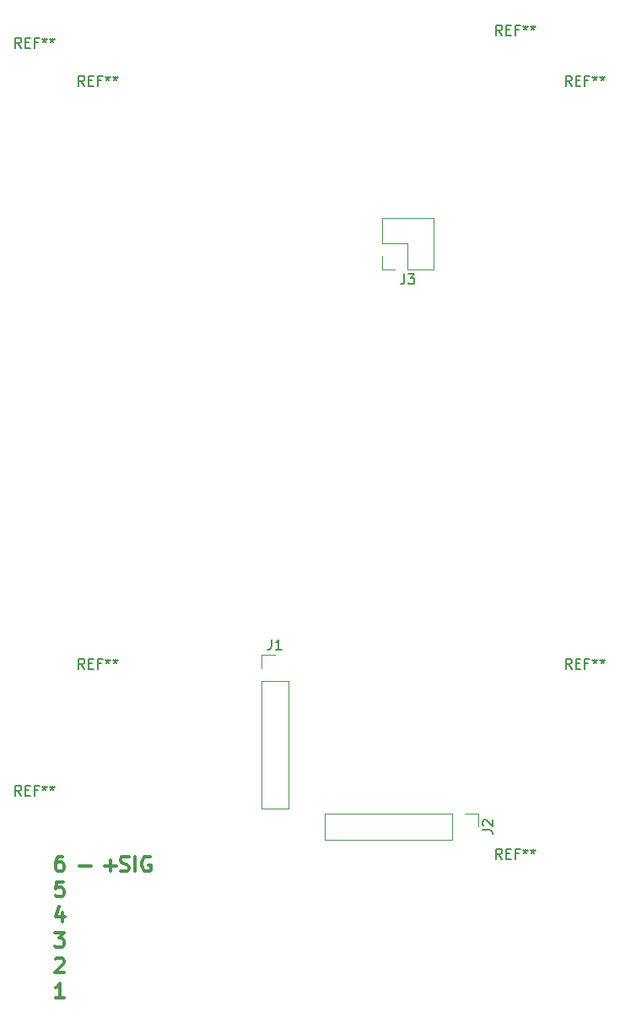
<source format=gto>
G04 #@! TF.FileFunction,Legend,Top*
%FSLAX46Y46*%
G04 Gerber Fmt 4.6, Leading zero omitted, Abs format (unit mm)*
G04 Created by KiCad (PCBNEW 4.0.7) date 06/01/18 16:45:32*
%MOMM*%
%LPD*%
G01*
G04 APERTURE LIST*
%ADD10C,0.100000*%
%ADD11C,0.300000*%
%ADD12C,0.120000*%
%ADD13C,0.150000*%
G04 APERTURE END LIST*
D10*
D11*
X131730715Y-133163571D02*
X131445001Y-133163571D01*
X131302144Y-133235000D01*
X131230715Y-133306429D01*
X131087858Y-133520714D01*
X131016429Y-133806429D01*
X131016429Y-134377857D01*
X131087858Y-134520714D01*
X131159286Y-134592143D01*
X131302144Y-134663571D01*
X131587858Y-134663571D01*
X131730715Y-134592143D01*
X131802144Y-134520714D01*
X131873572Y-134377857D01*
X131873572Y-134020714D01*
X131802144Y-133877857D01*
X131730715Y-133806429D01*
X131587858Y-133735000D01*
X131302144Y-133735000D01*
X131159286Y-133806429D01*
X131087858Y-133877857D01*
X131016429Y-134020714D01*
X131802144Y-135703571D02*
X131087858Y-135703571D01*
X131016429Y-136417857D01*
X131087858Y-136346429D01*
X131230715Y-136275000D01*
X131587858Y-136275000D01*
X131730715Y-136346429D01*
X131802144Y-136417857D01*
X131873572Y-136560714D01*
X131873572Y-136917857D01*
X131802144Y-137060714D01*
X131730715Y-137132143D01*
X131587858Y-137203571D01*
X131230715Y-137203571D01*
X131087858Y-137132143D01*
X131016429Y-137060714D01*
X131730715Y-138743571D02*
X131730715Y-139743571D01*
X131373572Y-138172143D02*
X131016429Y-139243571D01*
X131945001Y-139243571D01*
X130945001Y-140783571D02*
X131873572Y-140783571D01*
X131373572Y-141355000D01*
X131587858Y-141355000D01*
X131730715Y-141426429D01*
X131802144Y-141497857D01*
X131873572Y-141640714D01*
X131873572Y-141997857D01*
X131802144Y-142140714D01*
X131730715Y-142212143D01*
X131587858Y-142283571D01*
X131159286Y-142283571D01*
X131016429Y-142212143D01*
X130945001Y-142140714D01*
X131016429Y-143466429D02*
X131087858Y-143395000D01*
X131230715Y-143323571D01*
X131587858Y-143323571D01*
X131730715Y-143395000D01*
X131802144Y-143466429D01*
X131873572Y-143609286D01*
X131873572Y-143752143D01*
X131802144Y-143966429D01*
X130945001Y-144823571D01*
X131873572Y-144823571D01*
X131873572Y-147363571D02*
X131016429Y-147363571D01*
X131445001Y-147363571D02*
X131445001Y-145863571D01*
X131302144Y-146077857D01*
X131159286Y-146220714D01*
X131016429Y-146292143D01*
X137529286Y-134592143D02*
X137743572Y-134663571D01*
X138100715Y-134663571D01*
X138243572Y-134592143D01*
X138315001Y-134520714D01*
X138386429Y-134377857D01*
X138386429Y-134235000D01*
X138315001Y-134092143D01*
X138243572Y-134020714D01*
X138100715Y-133949286D01*
X137815001Y-133877857D01*
X137672143Y-133806429D01*
X137600715Y-133735000D01*
X137529286Y-133592143D01*
X137529286Y-133449286D01*
X137600715Y-133306429D01*
X137672143Y-133235000D01*
X137815001Y-133163571D01*
X138172143Y-133163571D01*
X138386429Y-133235000D01*
X139029286Y-134663571D02*
X139029286Y-133163571D01*
X140529286Y-133235000D02*
X140386429Y-133163571D01*
X140172143Y-133163571D01*
X139957858Y-133235000D01*
X139815000Y-133377857D01*
X139743572Y-133520714D01*
X139672143Y-133806429D01*
X139672143Y-134020714D01*
X139743572Y-134306429D01*
X139815000Y-134449286D01*
X139957858Y-134592143D01*
X140172143Y-134663571D01*
X140315000Y-134663571D01*
X140529286Y-134592143D01*
X140600715Y-134520714D01*
X140600715Y-134020714D01*
X140315000Y-134020714D01*
X135953572Y-134092143D02*
X137096429Y-134092143D01*
X136525000Y-134663571D02*
X136525000Y-133520714D01*
X133413572Y-134092143D02*
X134556429Y-134092143D01*
D12*
X151705000Y-115570000D02*
X151705000Y-128330000D01*
X151705000Y-128330000D02*
X154365000Y-128330000D01*
X154365000Y-128330000D02*
X154365000Y-115570000D01*
X154365000Y-115570000D02*
X151705000Y-115570000D01*
X151705000Y-114300000D02*
X151705000Y-112970000D01*
X151705000Y-112970000D02*
X153035000Y-112970000D01*
X170815000Y-128845000D02*
X158055000Y-128845000D01*
X158055000Y-128845000D02*
X158055000Y-131505000D01*
X158055000Y-131505000D02*
X170815000Y-131505000D01*
X170815000Y-131505000D02*
X170815000Y-128845000D01*
X172085000Y-128845000D02*
X173415000Y-128845000D01*
X173415000Y-128845000D02*
X173415000Y-130175000D01*
X163770000Y-71755000D02*
X163770000Y-69155000D01*
X163770000Y-69155000D02*
X168970000Y-69155000D01*
X168970000Y-69155000D02*
X168970000Y-74355000D01*
X168970000Y-74355000D02*
X166370000Y-74355000D01*
X166370000Y-74355000D02*
X166370000Y-71755000D01*
X166370000Y-71755000D02*
X163770000Y-71755000D01*
X163770000Y-73025000D02*
X163770000Y-74355000D01*
X163770000Y-74355000D02*
X165040000Y-74355000D01*
D13*
X182816667Y-55942381D02*
X182483333Y-55466190D01*
X182245238Y-55942381D02*
X182245238Y-54942381D01*
X182626191Y-54942381D01*
X182721429Y-54990000D01*
X182769048Y-55037619D01*
X182816667Y-55132857D01*
X182816667Y-55275714D01*
X182769048Y-55370952D01*
X182721429Y-55418571D01*
X182626191Y-55466190D01*
X182245238Y-55466190D01*
X183245238Y-55418571D02*
X183578572Y-55418571D01*
X183721429Y-55942381D02*
X183245238Y-55942381D01*
X183245238Y-54942381D01*
X183721429Y-54942381D01*
X184483334Y-55418571D02*
X184150000Y-55418571D01*
X184150000Y-55942381D02*
X184150000Y-54942381D01*
X184626191Y-54942381D01*
X185150000Y-54942381D02*
X185150000Y-55180476D01*
X184911905Y-55085238D02*
X185150000Y-55180476D01*
X185388096Y-55085238D01*
X185007143Y-55370952D02*
X185150000Y-55180476D01*
X185292858Y-55370952D01*
X185911905Y-54942381D02*
X185911905Y-55180476D01*
X185673810Y-55085238D02*
X185911905Y-55180476D01*
X186150001Y-55085238D01*
X185769048Y-55370952D02*
X185911905Y-55180476D01*
X186054763Y-55370952D01*
X152701667Y-111422381D02*
X152701667Y-112136667D01*
X152654047Y-112279524D01*
X152558809Y-112374762D01*
X152415952Y-112422381D01*
X152320714Y-112422381D01*
X153701667Y-112422381D02*
X153130238Y-112422381D01*
X153415952Y-112422381D02*
X153415952Y-111422381D01*
X153320714Y-111565238D01*
X153225476Y-111660476D01*
X153130238Y-111708095D01*
X173867381Y-130508333D02*
X174581667Y-130508333D01*
X174724524Y-130555953D01*
X174819762Y-130651191D01*
X174867381Y-130794048D01*
X174867381Y-130889286D01*
X173962619Y-130079762D02*
X173915000Y-130032143D01*
X173867381Y-129936905D01*
X173867381Y-129698809D01*
X173915000Y-129603571D01*
X173962619Y-129555952D01*
X174057857Y-129508333D01*
X174153095Y-129508333D01*
X174295952Y-129555952D01*
X174867381Y-130127381D01*
X174867381Y-129508333D01*
X166036667Y-74807381D02*
X166036667Y-75521667D01*
X165989047Y-75664524D01*
X165893809Y-75759762D01*
X165750952Y-75807381D01*
X165655714Y-75807381D01*
X166417619Y-74807381D02*
X167036667Y-74807381D01*
X166703333Y-75188333D01*
X166846191Y-75188333D01*
X166941429Y-75235952D01*
X166989048Y-75283571D01*
X167036667Y-75378810D01*
X167036667Y-75616905D01*
X166989048Y-75712143D01*
X166941429Y-75759762D01*
X166846191Y-75807381D01*
X166560476Y-75807381D01*
X166465238Y-75759762D01*
X166417619Y-75712143D01*
X127571667Y-52132381D02*
X127238333Y-51656190D01*
X127000238Y-52132381D02*
X127000238Y-51132381D01*
X127381191Y-51132381D01*
X127476429Y-51180000D01*
X127524048Y-51227619D01*
X127571667Y-51322857D01*
X127571667Y-51465714D01*
X127524048Y-51560952D01*
X127476429Y-51608571D01*
X127381191Y-51656190D01*
X127000238Y-51656190D01*
X128000238Y-51608571D02*
X128333572Y-51608571D01*
X128476429Y-52132381D02*
X128000238Y-52132381D01*
X128000238Y-51132381D01*
X128476429Y-51132381D01*
X129238334Y-51608571D02*
X128905000Y-51608571D01*
X128905000Y-52132381D02*
X128905000Y-51132381D01*
X129381191Y-51132381D01*
X129905000Y-51132381D02*
X129905000Y-51370476D01*
X129666905Y-51275238D02*
X129905000Y-51370476D01*
X130143096Y-51275238D01*
X129762143Y-51560952D02*
X129905000Y-51370476D01*
X130047858Y-51560952D01*
X130666905Y-51132381D02*
X130666905Y-51370476D01*
X130428810Y-51275238D02*
X130666905Y-51370476D01*
X130905001Y-51275238D01*
X130524048Y-51560952D02*
X130666905Y-51370476D01*
X130809763Y-51560952D01*
X133921667Y-55942381D02*
X133588333Y-55466190D01*
X133350238Y-55942381D02*
X133350238Y-54942381D01*
X133731191Y-54942381D01*
X133826429Y-54990000D01*
X133874048Y-55037619D01*
X133921667Y-55132857D01*
X133921667Y-55275714D01*
X133874048Y-55370952D01*
X133826429Y-55418571D01*
X133731191Y-55466190D01*
X133350238Y-55466190D01*
X134350238Y-55418571D02*
X134683572Y-55418571D01*
X134826429Y-55942381D02*
X134350238Y-55942381D01*
X134350238Y-54942381D01*
X134826429Y-54942381D01*
X135588334Y-55418571D02*
X135255000Y-55418571D01*
X135255000Y-55942381D02*
X135255000Y-54942381D01*
X135731191Y-54942381D01*
X136255000Y-54942381D02*
X136255000Y-55180476D01*
X136016905Y-55085238D02*
X136255000Y-55180476D01*
X136493096Y-55085238D01*
X136112143Y-55370952D02*
X136255000Y-55180476D01*
X136397858Y-55370952D01*
X137016905Y-54942381D02*
X137016905Y-55180476D01*
X136778810Y-55085238D02*
X137016905Y-55180476D01*
X137255001Y-55085238D01*
X136874048Y-55370952D02*
X137016905Y-55180476D01*
X137159763Y-55370952D01*
X133921667Y-114362381D02*
X133588333Y-113886190D01*
X133350238Y-114362381D02*
X133350238Y-113362381D01*
X133731191Y-113362381D01*
X133826429Y-113410000D01*
X133874048Y-113457619D01*
X133921667Y-113552857D01*
X133921667Y-113695714D01*
X133874048Y-113790952D01*
X133826429Y-113838571D01*
X133731191Y-113886190D01*
X133350238Y-113886190D01*
X134350238Y-113838571D02*
X134683572Y-113838571D01*
X134826429Y-114362381D02*
X134350238Y-114362381D01*
X134350238Y-113362381D01*
X134826429Y-113362381D01*
X135588334Y-113838571D02*
X135255000Y-113838571D01*
X135255000Y-114362381D02*
X135255000Y-113362381D01*
X135731191Y-113362381D01*
X136255000Y-113362381D02*
X136255000Y-113600476D01*
X136016905Y-113505238D02*
X136255000Y-113600476D01*
X136493096Y-113505238D01*
X136112143Y-113790952D02*
X136255000Y-113600476D01*
X136397858Y-113790952D01*
X137016905Y-113362381D02*
X137016905Y-113600476D01*
X136778810Y-113505238D02*
X137016905Y-113600476D01*
X137255001Y-113505238D01*
X136874048Y-113790952D02*
X137016905Y-113600476D01*
X137159763Y-113790952D01*
X182816667Y-114362381D02*
X182483333Y-113886190D01*
X182245238Y-114362381D02*
X182245238Y-113362381D01*
X182626191Y-113362381D01*
X182721429Y-113410000D01*
X182769048Y-113457619D01*
X182816667Y-113552857D01*
X182816667Y-113695714D01*
X182769048Y-113790952D01*
X182721429Y-113838571D01*
X182626191Y-113886190D01*
X182245238Y-113886190D01*
X183245238Y-113838571D02*
X183578572Y-113838571D01*
X183721429Y-114362381D02*
X183245238Y-114362381D01*
X183245238Y-113362381D01*
X183721429Y-113362381D01*
X184483334Y-113838571D02*
X184150000Y-113838571D01*
X184150000Y-114362381D02*
X184150000Y-113362381D01*
X184626191Y-113362381D01*
X185150000Y-113362381D02*
X185150000Y-113600476D01*
X184911905Y-113505238D02*
X185150000Y-113600476D01*
X185388096Y-113505238D01*
X185007143Y-113790952D02*
X185150000Y-113600476D01*
X185292858Y-113790952D01*
X185911905Y-113362381D02*
X185911905Y-113600476D01*
X185673810Y-113505238D02*
X185911905Y-113600476D01*
X186150001Y-113505238D01*
X185769048Y-113790952D02*
X185911905Y-113600476D01*
X186054763Y-113790952D01*
X175831667Y-133412381D02*
X175498333Y-132936190D01*
X175260238Y-133412381D02*
X175260238Y-132412381D01*
X175641191Y-132412381D01*
X175736429Y-132460000D01*
X175784048Y-132507619D01*
X175831667Y-132602857D01*
X175831667Y-132745714D01*
X175784048Y-132840952D01*
X175736429Y-132888571D01*
X175641191Y-132936190D01*
X175260238Y-132936190D01*
X176260238Y-132888571D02*
X176593572Y-132888571D01*
X176736429Y-133412381D02*
X176260238Y-133412381D01*
X176260238Y-132412381D01*
X176736429Y-132412381D01*
X177498334Y-132888571D02*
X177165000Y-132888571D01*
X177165000Y-133412381D02*
X177165000Y-132412381D01*
X177641191Y-132412381D01*
X178165000Y-132412381D02*
X178165000Y-132650476D01*
X177926905Y-132555238D02*
X178165000Y-132650476D01*
X178403096Y-132555238D01*
X178022143Y-132840952D02*
X178165000Y-132650476D01*
X178307858Y-132840952D01*
X178926905Y-132412381D02*
X178926905Y-132650476D01*
X178688810Y-132555238D02*
X178926905Y-132650476D01*
X179165001Y-132555238D01*
X178784048Y-132840952D02*
X178926905Y-132650476D01*
X179069763Y-132840952D01*
X127571667Y-127062381D02*
X127238333Y-126586190D01*
X127000238Y-127062381D02*
X127000238Y-126062381D01*
X127381191Y-126062381D01*
X127476429Y-126110000D01*
X127524048Y-126157619D01*
X127571667Y-126252857D01*
X127571667Y-126395714D01*
X127524048Y-126490952D01*
X127476429Y-126538571D01*
X127381191Y-126586190D01*
X127000238Y-126586190D01*
X128000238Y-126538571D02*
X128333572Y-126538571D01*
X128476429Y-127062381D02*
X128000238Y-127062381D01*
X128000238Y-126062381D01*
X128476429Y-126062381D01*
X129238334Y-126538571D02*
X128905000Y-126538571D01*
X128905000Y-127062381D02*
X128905000Y-126062381D01*
X129381191Y-126062381D01*
X129905000Y-126062381D02*
X129905000Y-126300476D01*
X129666905Y-126205238D02*
X129905000Y-126300476D01*
X130143096Y-126205238D01*
X129762143Y-126490952D02*
X129905000Y-126300476D01*
X130047858Y-126490952D01*
X130666905Y-126062381D02*
X130666905Y-126300476D01*
X130428810Y-126205238D02*
X130666905Y-126300476D01*
X130905001Y-126205238D01*
X130524048Y-126490952D02*
X130666905Y-126300476D01*
X130809763Y-126490952D01*
X175831667Y-50862381D02*
X175498333Y-50386190D01*
X175260238Y-50862381D02*
X175260238Y-49862381D01*
X175641191Y-49862381D01*
X175736429Y-49910000D01*
X175784048Y-49957619D01*
X175831667Y-50052857D01*
X175831667Y-50195714D01*
X175784048Y-50290952D01*
X175736429Y-50338571D01*
X175641191Y-50386190D01*
X175260238Y-50386190D01*
X176260238Y-50338571D02*
X176593572Y-50338571D01*
X176736429Y-50862381D02*
X176260238Y-50862381D01*
X176260238Y-49862381D01*
X176736429Y-49862381D01*
X177498334Y-50338571D02*
X177165000Y-50338571D01*
X177165000Y-50862381D02*
X177165000Y-49862381D01*
X177641191Y-49862381D01*
X178165000Y-49862381D02*
X178165000Y-50100476D01*
X177926905Y-50005238D02*
X178165000Y-50100476D01*
X178403096Y-50005238D01*
X178022143Y-50290952D02*
X178165000Y-50100476D01*
X178307858Y-50290952D01*
X178926905Y-49862381D02*
X178926905Y-50100476D01*
X178688810Y-50005238D02*
X178926905Y-50100476D01*
X179165001Y-50005238D01*
X178784048Y-50290952D02*
X178926905Y-50100476D01*
X179069763Y-50290952D01*
M02*

</source>
